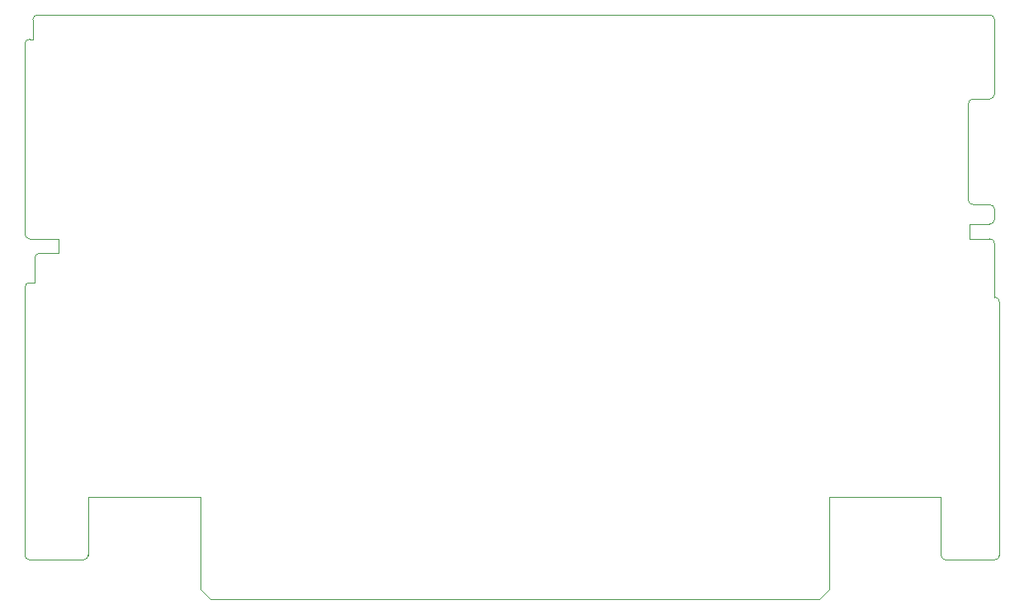
<source format=gm1>
G04 #@! TF.GenerationSoftware,KiCad,Pcbnew,(6.0.6)*
G04 #@! TF.CreationDate,2022-06-29T23:38:15+02:00*
G04 #@! TF.ProjectId,picocart64_v1_lite,7069636f-6361-4727-9436-345f76315f6c,rev?*
G04 #@! TF.SameCoordinates,Original*
G04 #@! TF.FileFunction,Profile,NP*
%FSLAX46Y46*%
G04 Gerber Fmt 4.6, Leading zero omitted, Abs format (unit mm)*
G04 Created by KiCad (PCBNEW (6.0.6)) date 2022-06-29 23:38:15*
%MOMM*%
%LPD*%
G01*
G04 APERTURE LIST*
G04 #@! TA.AperFunction,Profile*
%ADD10C,0.100000*%
G04 #@! TD*
G04 APERTURE END LIST*
D10*
X182500000Y-119000000D02*
X182500000Y-109500000D01*
X194000000Y-109500000D02*
X182500000Y-109500000D01*
X194000000Y-109500000D02*
X194000000Y-115500000D01*
X199500000Y-116000000D02*
X194500000Y-116000000D01*
X200000000Y-115500000D02*
X200000000Y-89500000D01*
X196900000Y-83000000D02*
X196900000Y-81500000D01*
X199000000Y-81500000D02*
X196900000Y-81500000D01*
X118000000Y-119000000D02*
X119000000Y-120000000D01*
X182500000Y-119000000D02*
X181500000Y-120000000D01*
X101300000Y-60000000D02*
G75*
G03*
X100800000Y-60500000I0J-500000D01*
G01*
X100500000Y-62500000D02*
G75*
G03*
X100000000Y-63000000I0J-500000D01*
G01*
X100000000Y-82500000D02*
G75*
G03*
X100500000Y-83000000I500000J0D01*
G01*
X101500000Y-84500000D02*
G75*
G03*
X101000000Y-85000000I0J-500000D01*
G01*
X100500000Y-87500000D02*
G75*
G03*
X100000000Y-88000000I0J-500000D01*
G01*
X100000000Y-115500000D02*
G75*
G03*
X100500000Y-116000000I500000J0D01*
G01*
X106000000Y-116000000D02*
G75*
G03*
X106500000Y-115500000I0J500000D01*
G01*
X194000000Y-115500000D02*
G75*
G03*
X194500000Y-116000000I500000J0D01*
G01*
X199500000Y-116000000D02*
G75*
G03*
X200000000Y-115500000I0J500000D01*
G01*
X199500000Y-83500000D02*
G75*
G03*
X199000000Y-83000000I-500000J0D01*
G01*
X199000000Y-81500000D02*
G75*
G03*
X199500000Y-81000000I0J500000D01*
G01*
X200000000Y-89500000D02*
G75*
G03*
X199500000Y-89000000I-500000J0D01*
G01*
X197300000Y-68650000D02*
G75*
G03*
X196800000Y-69150000I0J-500000D01*
G01*
X199500000Y-83500000D02*
X199500000Y-89000000D01*
X118000000Y-119000000D02*
X118000000Y-109500000D01*
X199500000Y-80000000D02*
G75*
G03*
X199000000Y-79500000I-500000J0D01*
G01*
X106500000Y-109500000D02*
X106500000Y-115500000D01*
X199500000Y-60500000D02*
G75*
G03*
X199000000Y-60000000I-500000J0D01*
G01*
X196800000Y-79000000D02*
G75*
G03*
X197300000Y-79500000I500000J0D01*
G01*
X181500000Y-120000000D02*
X119000000Y-120000000D01*
X198996447Y-68646447D02*
X197300000Y-68650000D01*
X118000000Y-109500000D02*
X106500000Y-109500000D01*
X103500000Y-84500000D02*
X103500000Y-83000000D01*
X199496447Y-68146447D02*
X199500000Y-60500000D01*
X101500000Y-84500000D02*
X103500000Y-84500000D01*
X106000000Y-116000000D02*
X100500000Y-116000000D01*
X100500000Y-62500000D02*
X100800000Y-62500000D01*
X100000000Y-82500000D02*
X100000000Y-63000000D01*
X100800000Y-62500000D02*
X100800000Y-60500000D01*
X101300000Y-60000000D02*
X199000000Y-60000000D01*
X100000000Y-115500000D02*
X100000000Y-88000000D01*
X199000000Y-79500000D02*
X197300000Y-79500000D01*
X100500000Y-87500000D02*
X101000000Y-87500000D01*
X198996447Y-68646447D02*
G75*
G03*
X199496447Y-68146447I-47J500047D01*
G01*
X101000000Y-87500000D02*
X101000000Y-85000000D01*
X199000000Y-83000000D02*
X196900000Y-83000000D01*
X199500000Y-81000000D02*
X199500000Y-80000000D01*
X103500000Y-83000000D02*
X100500000Y-83000000D01*
X196800000Y-79000000D02*
X196800000Y-69150000D01*
M02*

</source>
